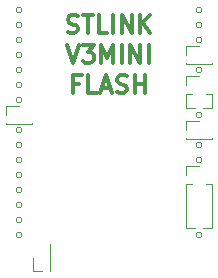
<source format=gbr>
G04 #@! TF.GenerationSoftware,KiCad,Pcbnew,5.1.4+dfsg1-1~bpo10+1*
G04 #@! TF.CreationDate,2020-08-02T09:01:36+02:00*
G04 #@! TF.ProjectId,stlink3-flash,73746c69-6e6b-4332-9d66-6c6173682e6b,rev?*
G04 #@! TF.SameCoordinates,Original*
G04 #@! TF.FileFunction,Legend,Top*
G04 #@! TF.FilePolarity,Positive*
%FSLAX46Y46*%
G04 Gerber Fmt 4.6, Leading zero omitted, Abs format (unit mm)*
G04 Created by KiCad (PCBNEW 5.1.4+dfsg1-1~bpo10+1) date 2020-08-02 09:01:36*
%MOMM*%
%LPD*%
G04 APERTURE LIST*
%ADD10C,0.120000*%
%ADD11C,0.300000*%
G04 APERTURE END LIST*
D10*
X98679000Y-45720000D02*
G75*
G03X98679000Y-45720000I-254000J0D01*
G01*
X98679000Y-46990000D02*
G75*
G03X98679000Y-46990000I-254000J0D01*
G01*
X98679000Y-49530000D02*
G75*
G03X98679000Y-49530000I-254000J0D01*
G01*
X98679000Y-53340000D02*
G75*
G03X98679000Y-53340000I-254000J0D01*
G01*
X98679000Y-55880000D02*
G75*
G03X98679000Y-55880000I-254000J0D01*
G01*
X98679000Y-57150000D02*
G75*
G03X98679000Y-57150000I-254000J0D01*
G01*
X83439000Y-45720000D02*
G75*
G03X83439000Y-45720000I-254000J0D01*
G01*
X83439000Y-46990000D02*
G75*
G03X83439000Y-46990000I-254000J0D01*
G01*
X83439000Y-48260000D02*
G75*
G03X83439000Y-48260000I-254000J0D01*
G01*
X83439000Y-49530000D02*
G75*
G03X83439000Y-49530000I-254000J0D01*
G01*
X83439000Y-50800000D02*
G75*
G03X83439000Y-50800000I-254000J0D01*
G01*
X83439000Y-52070000D02*
G75*
G03X83439000Y-52070000I-254000J0D01*
G01*
X83439000Y-54610000D02*
G75*
G03X83439000Y-54610000I-254000J0D01*
G01*
X83439000Y-55880000D02*
G75*
G03X83439000Y-55880000I-254000J0D01*
G01*
X83439000Y-57150000D02*
G75*
G03X83439000Y-57150000I-254000J0D01*
G01*
X83439000Y-58420000D02*
G75*
G03X83439000Y-58420000I-254000J0D01*
G01*
X83439000Y-59690000D02*
G75*
G03X83439000Y-59690000I-254000J0D01*
G01*
X83439000Y-60960000D02*
G75*
G03X83439000Y-60960000I-254000J0D01*
G01*
X83439000Y-62230000D02*
G75*
G03X83439000Y-62230000I-254000J0D01*
G01*
X98679000Y-44450000D02*
G75*
G03X98679000Y-44450000I-254000J0D01*
G01*
X83439000Y-44450000D02*
G75*
G03X83439000Y-44450000I-254000J0D01*
G01*
X83439000Y-63500000D02*
G75*
G03X83439000Y-63500000I-254000J0D01*
G01*
X98679000Y-63500000D02*
G75*
G03X98679000Y-63500000I-254000J0D01*
G01*
D11*
X87305000Y-46317142D02*
X87519285Y-46388571D01*
X87876428Y-46388571D01*
X88019285Y-46317142D01*
X88090714Y-46245714D01*
X88162142Y-46102857D01*
X88162142Y-45960000D01*
X88090714Y-45817142D01*
X88019285Y-45745714D01*
X87876428Y-45674285D01*
X87590714Y-45602857D01*
X87447857Y-45531428D01*
X87376428Y-45460000D01*
X87305000Y-45317142D01*
X87305000Y-45174285D01*
X87376428Y-45031428D01*
X87447857Y-44960000D01*
X87590714Y-44888571D01*
X87947857Y-44888571D01*
X88162142Y-44960000D01*
X88590714Y-44888571D02*
X89447857Y-44888571D01*
X89019285Y-46388571D02*
X89019285Y-44888571D01*
X90662142Y-46388571D02*
X89947857Y-46388571D01*
X89947857Y-44888571D01*
X91162142Y-46388571D02*
X91162142Y-44888571D01*
X91876428Y-46388571D02*
X91876428Y-44888571D01*
X92733571Y-46388571D01*
X92733571Y-44888571D01*
X93447857Y-46388571D02*
X93447857Y-44888571D01*
X94305000Y-46388571D02*
X93662142Y-45531428D01*
X94305000Y-44888571D02*
X93447857Y-45745714D01*
X87233571Y-47438571D02*
X87733571Y-48938571D01*
X88233571Y-47438571D01*
X88590714Y-47438571D02*
X89519285Y-47438571D01*
X89019285Y-48010000D01*
X89233571Y-48010000D01*
X89376428Y-48081428D01*
X89447857Y-48152857D01*
X89519285Y-48295714D01*
X89519285Y-48652857D01*
X89447857Y-48795714D01*
X89376428Y-48867142D01*
X89233571Y-48938571D01*
X88805000Y-48938571D01*
X88662142Y-48867142D01*
X88590714Y-48795714D01*
X90162142Y-48938571D02*
X90162142Y-47438571D01*
X90662142Y-48510000D01*
X91162142Y-47438571D01*
X91162142Y-48938571D01*
X91876428Y-48938571D02*
X91876428Y-47438571D01*
X92590714Y-48938571D02*
X92590714Y-47438571D01*
X93447857Y-48938571D01*
X93447857Y-47438571D01*
X94162142Y-48938571D02*
X94162142Y-47438571D01*
X88269285Y-50702857D02*
X87769285Y-50702857D01*
X87769285Y-51488571D02*
X87769285Y-49988571D01*
X88483571Y-49988571D01*
X89769285Y-51488571D02*
X89055000Y-51488571D01*
X89055000Y-49988571D01*
X90197857Y-51060000D02*
X90912142Y-51060000D01*
X90055000Y-51488571D02*
X90555000Y-49988571D01*
X91055000Y-51488571D01*
X91483571Y-51417142D02*
X91697857Y-51488571D01*
X92055000Y-51488571D01*
X92197857Y-51417142D01*
X92269285Y-51345714D01*
X92340714Y-51202857D01*
X92340714Y-51060000D01*
X92269285Y-50917142D01*
X92197857Y-50845714D01*
X92055000Y-50774285D01*
X91769285Y-50702857D01*
X91626428Y-50631428D01*
X91555000Y-50560000D01*
X91483571Y-50417142D01*
X91483571Y-50274285D01*
X91555000Y-50131428D01*
X91626428Y-50060000D01*
X91769285Y-49988571D01*
X92126428Y-49988571D01*
X92340714Y-50060000D01*
X92983571Y-51488571D02*
X92983571Y-49988571D01*
X92983571Y-50702857D02*
X93840714Y-50702857D01*
X93840714Y-51488571D02*
X93840714Y-49988571D01*
D10*
X97315000Y-50040000D02*
X98425000Y-50040000D01*
X97315000Y-50800000D02*
X97315000Y-50040000D01*
X98988471Y-51560000D02*
X99535000Y-51560000D01*
X97315000Y-51560000D02*
X97861529Y-51560000D01*
X99535000Y-51560000D02*
X99535000Y-52765000D01*
X97315000Y-51560000D02*
X97315000Y-52765000D01*
X98732530Y-52765000D02*
X99535000Y-52765000D01*
X97315000Y-52765000D02*
X98117470Y-52765000D01*
X84330000Y-66515000D02*
X84330000Y-65405000D01*
X85090000Y-66515000D02*
X84330000Y-66515000D01*
X85850000Y-64841529D02*
X85850000Y-64295000D01*
X85850000Y-66515000D02*
X85850000Y-65968471D01*
X85850000Y-64295000D02*
X85785000Y-64295000D01*
X85850000Y-66515000D02*
X85785000Y-66515000D01*
X85850000Y-66515000D02*
X85850000Y-64295000D01*
X82075000Y-52580000D02*
X83185000Y-52580000D01*
X82075000Y-53340000D02*
X82075000Y-52580000D01*
X83748471Y-54100000D02*
X84295000Y-54100000D01*
X82075000Y-54100000D02*
X82621529Y-54100000D01*
X84295000Y-54100000D02*
X84295000Y-54035000D01*
X82075000Y-54100000D02*
X82075000Y-54035000D01*
X82075000Y-54100000D02*
X84295000Y-54100000D01*
X97315000Y-53850000D02*
X98425000Y-53850000D01*
X97315000Y-54610000D02*
X97315000Y-53850000D01*
X98988471Y-55370000D02*
X99535000Y-55370000D01*
X97315000Y-55370000D02*
X97861529Y-55370000D01*
X99535000Y-55370000D02*
X99535000Y-55305000D01*
X97315000Y-55370000D02*
X97315000Y-55305000D01*
X97315000Y-55370000D02*
X99535000Y-55370000D01*
X97315000Y-47500000D02*
X98425000Y-47500000D01*
X97315000Y-48260000D02*
X97315000Y-47500000D01*
X98988471Y-49020000D02*
X99535000Y-49020000D01*
X97315000Y-49020000D02*
X97861529Y-49020000D01*
X99535000Y-49020000D02*
X99535000Y-48955000D01*
X97315000Y-49020000D02*
X97315000Y-48955000D01*
X97315000Y-49020000D02*
X99535000Y-49020000D01*
X97315000Y-57660000D02*
X98425000Y-57660000D01*
X97315000Y-58420000D02*
X97315000Y-57660000D01*
X98988471Y-59180000D02*
X99535000Y-59180000D01*
X97315000Y-59180000D02*
X97861529Y-59180000D01*
X99535000Y-59180000D02*
X99535000Y-62925000D01*
X97315000Y-59180000D02*
X97315000Y-62925000D01*
X98732530Y-62925000D02*
X99535000Y-62925000D01*
X97315000Y-62925000D02*
X98117470Y-62925000D01*
M02*

</source>
